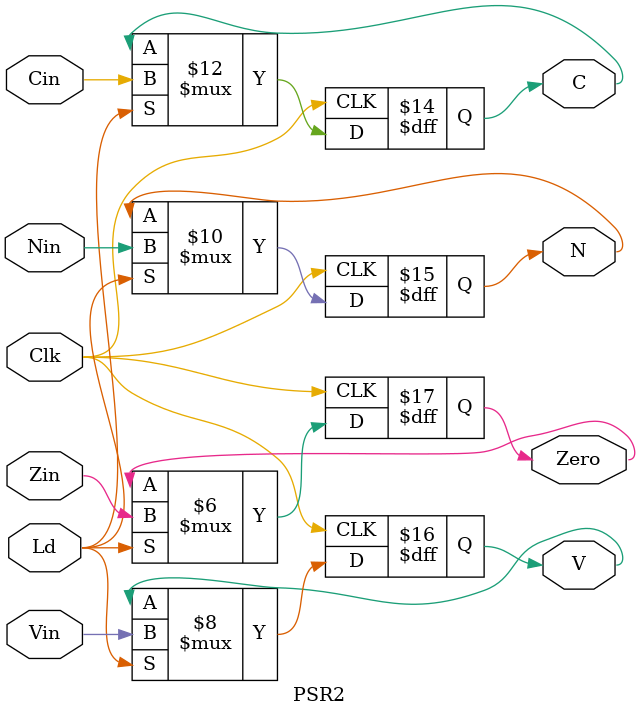
<source format=v>
module Register2(input [31:0] Ds,input Clk, input Load, output reg [31:0] Qs);
    initial Qs <= 32'd0;
    always @ (posedge Clk, posedge Load) begin
        Qs <= Ds;
        end
endmodule

module mux_2x1_5b2(output reg [4:0] exit,input sel ,input [4:0] in0, input [4:0] in1);
always @ (*)
begin
 case (sel)
  1'b0: exit <= in0;
  1'b1: exit <= in1;
 endcase
end
endmodule

module mux_2x1_4b2(output reg [3:0] exit,input sel ,input [3:0] in0, input [3:0] in1);

always @ (*)
begin
 case (sel)
  1'b0: exit <= in0;
  1'b1: exit <= in1;
 endcase
end
endmodule

module mux_4x1_4b2(output reg [3:0] exit,input [1:0] sel ,input [3:0] in0, input [3:0] in1, input [3:0] in2,input [3:0] in3);

always @ (*)
begin
 case (sel)
  2'b00: exit <= in0;
  2'b01: exit <= in1;
  2'b10: exit <= in2;
  2'b11: exit <= in3;
 endcase
end
endmodule

module MUX2x1_5bits2(input s0, input [4:0] in0, in1, output reg [4:0] out);

always @(*) begin
case(s0)
    1'b0: begin // viene del ALU
      out[4] <= 0; 
      out <= in0; 
    end
    1'b1: begin // viene del shifer
      out <= in1;
    end
endcase
end
endmodule

module PSR2(output reg N, Zero, C, V, input Nin, Zin, Cin, Vin, Clk, Ld);
    initial N <= 1'b0;
    initial Zero <= 1'b0;
    initial C <= 1'b0;
    initial V <= 1'b0;
    
    always @ (posedge Clk) begin
      if (Ld) begin
        N <= Nin;
        Zero <= Zin;
        C <= Cin;
        V <= Vin;
      end
    end
  endmodule

</source>
